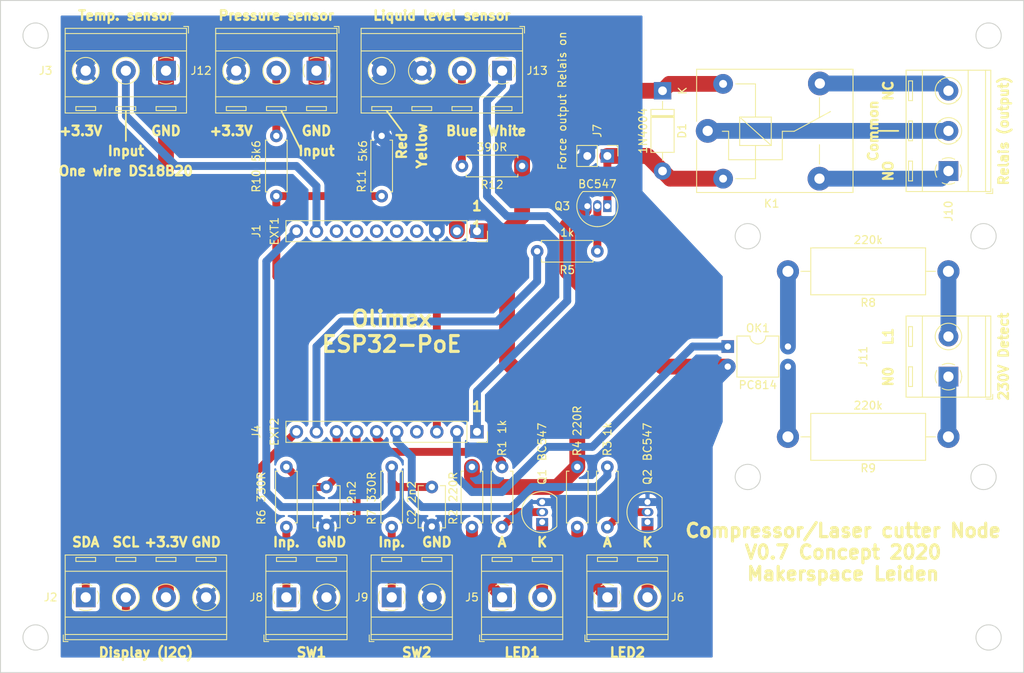
<source format=kicad_pcb>
(kicad_pcb (version 20171130) (host pcbnew 5.1.5-52549c5~86~ubuntu18.04.1)
  (title_block (title CompressorNode) (date 2020-03-29) (rev "V0.7 Concept") (company "MakerSpace Leiden") (comment 1 "Getekend door Hans Beerman"))
  (layers (0 F.Cu signal) (31 B.Cu signal) (34 B.Paste user) (35 F.Paste user) (36 B.SilkS user) (37 F.SilkS user) (38 B.Mask user) (39 F.Mask user) (44 Edge.Cuts user))
  (net 0 "")
  (net 1 GND)
  (net 2 GPIO15_HS2_CMD)
  (net 3 GPIO5_SPI_C5)
  (net 4 "Net-(D1-Pad2)")
  (net 5 +5V)
  (net 6 GPIO4_U1TXD)
  (net 7 +3V3)
  (net 8 GPIO16_I2C-SCL)
  (net 9 GPIO13_I2C-SDA)
  (net 10 GPIO14_HS2_CLK)
  (net 11 GPIO32)
  (net 12 GPIO33)
  (net 13 GPI35)
  (net 14 GPI36_U1RXD)
  (net 15 GPI39)
  (net 16 "Net-(J5-Pad2)")
  (net 17 "Net-(J5-Pad1)")
  (net 18 "Net-(J6-Pad2)")
  (net 19 "Net-(J6-Pad1)")
  (net 20 "Net-(J8-Pad1)")
  (net 21 "Net-(J9-Pad1)")
  (net 22 "Net-(J10-Pad3)")
  (net 23 "Net-(J10-Pad2)")
  (net 24 "Net-(J10-Pad1)")
  (net 25 "Net-(J11-Pad2)")
  (net 26 "Net-(J11-Pad1)")
  (net 27 "Net-(J12-Pad2)")
  (net 28 "Net-(J13-Pad2)")
  (net 29 "Net-(OK1-Pad4)")
  (net 30 "Net-(OK1-Pad3)")
  (net 31 "Net-(Q1-Pad2)")
  (net 32 "Net-(Q2-Pad2)")
  (net 33 "Net-(Q3-Pad2)")
  (module Resistor_THT:R_Axial_DIN0207_L6.3mm_D2.5mm_P7.62mm_Horizontal (layer F.Cu) (at 149.86 75.565 180)
    (fp_text reference R12 (at 3.81 -2.37) (layer F.SilkS))
    (fp_text value 390R (at 3.81 2.37) (layer F.SilkS))
    (pad 2 thru_hole oval (at 7.62 0 180) (size 1.6 1.6) (drill 0.8) (layers *.Cu *.Mask) (net 28 "Net-(J13-Pad2)"))
    (pad 1 thru_hole circle (at 0 0 180) (size 1.6 1.6) (drill 0.8) (layers *.Cu *.Mask) (net 5 +5V))
  )
  (module Resistor_THT:R_Axial_DIN0207_L6.3mm_D2.5mm_P7.62mm_Horizontal (layer F.Cu) (at 132.08 71.755 270)
    (fp_text reference R11 (at 5.715 2.54 90) (layer F.SilkS))
    (fp_text value 5k6 (at 1.905 2.37 90) (layer F.SilkS))
    (pad 2 thru_hole oval (at 7.62 0 270) (size 1.6 1.6) (drill 0.8) (layers *.Cu *.Mask) (net 13 GPI35))
    (pad 1 thru_hole circle (at 0 0 270) (size 1.6 1.6) (drill 0.8) (layers *.Cu *.Mask) (net 1 GND))
  )
  (module Resistor_THT:R_Axial_DIN0207_L6.3mm_D2.5mm_P7.62mm_Horizontal (layer F.Cu) (at 118.745 79.375 90)
    (fp_text reference R10 (at 1.905 -2.54 90) (layer F.SilkS))
    (fp_text value 5k6 (at 5.715 -2.54 90) (layer F.SilkS))
    (pad 2 thru_hole oval (at 7.62 0 90) (size 1.6 1.6) (drill 0.8) (layers *.Cu *.Mask) (net 27 "Net-(J12-Pad2)"))
    (pad 1 thru_hole circle (at 0 0 90) (size 1.6 1.6) (drill 0.8) (layers *.Cu *.Mask) (net 13 GPI35))
  )
  (module Resistor_THT:R_Axial_DIN0614_L14.3mm_D5.7mm_P20.32mm_Horizontal (layer F.Cu) (at 203.835 109.855 180)
    (fp_text reference R9 (at 10.16 -3.97) (layer F.SilkS))
    (fp_text value 220k (at 10.16 3.97) (layer F.SilkS))
    (pad 2 thru_hole oval (at 20.32 0 180) (size 2.8 2.8) (drill 1.4) (layers *.Cu *.Mask) (net 30 "Net-(OK1-Pad3)"))
    (pad 1 thru_hole circle (at 0 0 180) (size 2.8 2.8) (drill 1.4) (layers *.Cu *.Mask) (net 26 "Net-(J11-Pad1)"))
  )
  (module Resistor_THT:R_Axial_DIN0614_L14.3mm_D5.7mm_P20.32mm_Horizontal (layer F.Cu) (at 203.835 88.9 180)
    (fp_text reference R8 (at 10.16 -3.97) (layer F.SilkS))
    (fp_text value 220k (at 10.16 3.97) (layer F.SilkS))
    (pad 2 thru_hole oval (at 20.32 0 180) (size 2.8 2.8) (drill 1.4) (layers *.Cu *.Mask) (net 29 "Net-(OK1-Pad4)"))
    (pad 1 thru_hole circle (at 0 0 180) (size 2.8 2.8) (drill 1.4) (layers *.Cu *.Mask) (net 25 "Net-(J11-Pad2)"))
  )
  (module Resistor_THT:R_Axial_DIN0207_L6.3mm_D2.5mm_P7.62mm_Horizontal (layer F.Cu) (at 133.35 121.285 90)
    (fp_text reference R7 (at 1.27 -2.54 90) (layer F.SilkS))
    (fp_text value 330R (at 5.08 -2.54 90) (layer F.SilkS))
    (pad 2 thru_hole oval (at 7.62 0 90) (size 1.6 1.6) (drill 0.8) (layers *.Cu *.Mask) (net 3 GPIO5_SPI_C5))
    (pad 1 thru_hole circle (at 0 0 90) (size 1.6 1.6) (drill 0.8) (layers *.Cu *.Mask) (net 21 "Net-(J9-Pad1)"))
  )
  (module Resistor_THT:R_Axial_DIN0207_L6.3mm_D2.5mm_P7.62mm_Horizontal (layer F.Cu) (at 120.015 121.285 90)
    (fp_text reference R6 (at 1.27 -3.175 90) (layer F.SilkS))
    (fp_text value 330R (at 5.08 -3.175 90) (layer F.SilkS))
    (pad 2 thru_hole oval (at 7.62 0 90) (size 1.6 1.6) (drill 0.8) (layers *.Cu *.Mask) (net 2 GPIO15_HS2_CMD))
    (pad 1 thru_hole circle (at 0 0 90) (size 1.6 1.6) (drill 0.8) (layers *.Cu *.Mask) (net 20 "Net-(J8-Pad1)"))
  )
  (module Resistor_THT:R_Axial_DIN0207_L6.3mm_D2.5mm_P7.62mm_Horizontal (layer F.Cu) (at 159.385 86.36 180)
    (fp_text reference R5 (at 3.81 -2.37) (layer F.SilkS))
    (fp_text value 1k (at 3.81 2.37) (layer F.SilkS))
    (pad 2 thru_hole oval (at 7.62 0 180) (size 1.6 1.6) (drill 0.8) (layers *.Cu *.Mask) (net 10 GPIO14_HS2_CLK))
    (pad 1 thru_hole circle (at 0 0 180) (size 1.6 1.6) (drill 0.8) (layers *.Cu *.Mask) (net 33 "Net-(Q3-Pad2)"))
  )
  (module Resistor_THT:R_Axial_DIN0207_L6.3mm_D2.5mm_P7.62mm_Horizontal (layer F.Cu) (at 156.845 113.665 270)
    (fp_text reference R4 (at -1.27 0 90) (layer F.SilkS) (effects (justify left)))
    (fp_text value 220R (at -3.81 0 90) (layer F.SilkS) (effects (justify left)))
    (pad 2 thru_hole oval (at 7.62 0 270) (size 1.6 1.6) (drill 0.8) (layers *.Cu *.Mask) (net 19 "Net-(J6-Pad1)"))
    (pad 1 thru_hole circle (at 0 0 270) (size 1.6 1.6) (drill 0.8) (layers *.Cu *.Mask) (net 5 +5V))
  )
  (module Resistor_THT:R_Axial_DIN0207_L6.3mm_D2.5mm_P7.62mm_Horizontal (layer F.Cu) (at 160.655 121.285 90)
    (fp_text reference R3 (at 8.89 0 90) (layer F.SilkS) (effects (justify left)))
    (fp_text value 1k (at 11.43 0 90) (layer F.SilkS) (effects (justify left)))
    (pad 2 thru_hole oval (at 7.62 0 90) (size 1.6 1.6) (drill 0.8) (layers *.Cu *.Mask) (net 12 GPIO33))
    (pad 1 thru_hole circle (at 0 0 90) (size 1.6 1.6) (drill 0.8) (layers *.Cu *.Mask) (net 32 "Net-(Q2-Pad2)"))
  )
  (module Resistor_THT:R_Axial_DIN0207_L6.3mm_D2.5mm_P7.62mm_Horizontal (layer F.Cu) (at 143.51 113.665 270)
    (fp_text reference R2 (at 6.35 2.37 90) (layer F.SilkS))
    (fp_text value 220R (at 2.54 2.37 90) (layer F.SilkS))
    (pad 2 thru_hole oval (at 7.62 0 270) (size 1.6 1.6) (drill 0.8) (layers *.Cu *.Mask) (net 17 "Net-(J5-Pad1)"))
    (pad 1 thru_hole circle (at 0 0 270) (size 1.6 1.6) (drill 0.8) (layers *.Cu *.Mask) (net 5 +5V))
  )
  (module Resistor_THT:R_Axial_DIN0207_L6.3mm_D2.5mm_P7.62mm_Horizontal (layer F.Cu) (at 147.32 121.285 90)
    (fp_text reference R1 (at 8.89 0 90) (layer F.SilkS) (effects (justify left)))
    (fp_text value 1k (at 12.7 0 90) (layer F.SilkS))
    (pad 2 thru_hole oval (at 7.62 0 90) (size 1.6 1.6) (drill 0.8) (layers *.Cu *.Mask) (net 11 GPIO32))
    (pad 1 thru_hole circle (at 0 0 90) (size 1.6 1.6) (drill 0.8) (layers *.Cu *.Mask) (net 31 "Net-(Q1-Pad2)"))
  )
  (module Package_TO_SOT_THT:TO-92_Inline (layer F.Cu) (at 160.655 80.645 180)
    (fp_text reference Q3 (at 5.715 0) (layer F.SilkS))
    (fp_text value BC547 (at 1.27 2.79) (layer F.SilkS))
    (pad 1 thru_hole rect (at 0 0 180) (size 1.05 1.5) (drill 0.75) (layers *.Cu *.Mask) (net 4 "Net-(D1-Pad2)"))
    (pad 3 thru_hole oval (at 2.54 0 180) (size 1.05 1.5) (drill 0.75) (layers *.Cu *.Mask) (net 1 GND))
    (pad 2 thru_hole oval (at 1.27 0 180) (size 1.05 1.5) (drill 0.75) (layers *.Cu *.Mask) (net 33 "Net-(Q3-Pad2)"))
  )
  (module Package_TO_SOT_THT:TO-92_Inline (layer F.Cu) (at 165.735 120.65 90)
    (fp_text reference Q2 (at 5.715 0 90) (layer F.SilkS))
    (fp_text value BC547 (at 10.16 0 90) (layer F.SilkS))
    (pad 1 thru_hole rect (at 0 0 90) (size 1.05 1.5) (drill 0.75) (layers *.Cu *.Mask) (net 18 "Net-(J6-Pad2)"))
    (pad 3 thru_hole oval (at 2.54 0 90) (size 1.05 1.5) (drill 0.75) (layers *.Cu *.Mask) (net 1 GND))
    (pad 2 thru_hole oval (at 1.27 0 90) (size 1.05 1.5) (drill 0.75) (layers *.Cu *.Mask) (net 32 "Net-(Q2-Pad2)"))
  )
  (module Package_TO_SOT_THT:TO-92_Inline (layer F.Cu) (at 152.4 120.65 90)
    (fp_text reference Q1 (at 5.715 0 90) (layer F.SilkS))
    (fp_text value BC547 (at 10.16 0 90) (layer F.SilkS))
    (pad 1 thru_hole rect (at 0 0 90) (size 1.05 1.5) (drill 0.75) (layers *.Cu *.Mask) (net 16 "Net-(J5-Pad2)"))
    (pad 3 thru_hole oval (at 2.54 0 90) (size 1.05 1.5) (drill 0.75) (layers *.Cu *.Mask) (net 1 GND))
    (pad 2 thru_hole oval (at 1.27 0 90) (size 1.05 1.5) (drill 0.75) (layers *.Cu *.Mask) (net 31 "Net-(Q1-Pad2)"))
  )
  (module Package_DIP:DIP-4_W7.62mm (layer F.Cu) (at 175.895 98.425)
    (fp_text reference OK1 (at 3.81 -2.33) (layer F.SilkS))
    (fp_text value PC814 (at 3.81 4.87) (layer F.SilkS))
    (pad 4 thru_hole oval (at 7.62 0) (size 1.6 1.6) (drill 0.8) (layers *.Cu *.Mask) (net 29 "Net-(OK1-Pad4)"))
    (pad 2 thru_hole oval (at 0 2.54) (size 1.6 1.6) (drill 0.8) (layers *.Cu *.Mask) (net 1 GND))
    (pad 3 thru_hole oval (at 7.62 2.54) (size 1.6 1.6) (drill 0.8) (layers *.Cu *.Mask) (net 30 "Net-(OK1-Pad3)"))
    (pad 1 thru_hole rect (at 0 0) (size 1.6 1.6) (drill 0.8) (layers *.Cu *.Mask) (net 14 GPI36_U1RXD))
  )
  (module Relay_THT:Relay_SPDT_SANYOU_SRD_Series_Form_C (layer F.Cu) (at 173.355 71.12)
    (fp_text reference K1 (at 8.1 9.2) (layer F.SilkS))
    (fp_text value SANYOU_SRD_Form_C)
    (pad 1 thru_hole circle (at 0 0 90) (size 3 3) (drill 1.3) (layers *.Cu *.Mask) (net 23 "Net-(J10-Pad2)"))
    (pad 5 thru_hole circle (at 1.95 -5.95 90) (size 2.5 2.5) (drill 1) (layers *.Cu *.Mask) (net 5 +5V))
    (pad 4 thru_hole circle (at 14.2 -6 90) (size 3 3) (drill 1.3) (layers *.Cu *.Mask) (net 22 "Net-(J10-Pad3)"))
    (pad 3 thru_hole circle (at 14.15 6.05 90) (size 3 3) (drill 1.3) (layers *.Cu *.Mask) (net 24 "Net-(J10-Pad1)"))
    (pad 2 thru_hole circle (at 1.95 6.05 90) (size 2.5 2.5) (drill 1) (layers *.Cu *.Mask) (net 4 "Net-(D1-Pad2)"))
  )
  (module TerminalBlock_RND:TerminalBlock_RND_205-00289_1x04_P5.08mm_Horizontal (layer F.Cu) (at 147.32 63.5 180)
    (fp_text reference J13 (at -4.445 0) (layer F.SilkS))
    (fp_text value Screw_Terminal_01x04)
    (pad 4 thru_hole circle (at 15.24 0 180) (size 2.5 2.5) (drill 1.3) (layers *.Cu *.Mask) (net 1 GND))
    (pad 3 thru_hole circle (at 10.16 0 180) (size 2.5 2.5) (drill 1.3) (layers *.Cu *.Mask) (net 1 GND))
    (pad 2 thru_hole circle (at 5.08 0 180) (size 2.5 2.5) (drill 1.3) (layers *.Cu *.Mask) (net 28 "Net-(J13-Pad2)"))
    (pad 1 thru_hole rect (at 0 0 180) (size 2.5 2.5) (drill 1.3) (layers *.Cu *.Mask) (net 15 GPI39))
  )
  (module TerminalBlock_RND:TerminalBlock_RND_205-00288_1x03_P5.08mm_Horizontal (layer F.Cu) (at 123.825 63.5 180)
    (fp_text reference J12 (at 14.605 0) (layer F.SilkS))
    (fp_text value Screw_Terminal_01x03)
    (pad 3 thru_hole circle (at 10.16 0 180) (size 2.5 2.5) (drill 1.3) (layers *.Cu *.Mask) (net 1 GND))
    (pad 2 thru_hole circle (at 5.08 0 180) (size 2.5 2.5) (drill 1.3) (layers *.Cu *.Mask) (net 27 "Net-(J12-Pad2)"))
    (pad 1 thru_hole rect (at 0 0 180) (size 2.5 2.5) (drill 1.3) (layers *.Cu *.Mask) (net 7 +3V3))
  )
  (module TerminalBlock_RND:TerminalBlock_RND_205-00287_1x02_P5.08mm_Horizontal (layer F.Cu) (at 203.835 102.235 90)
    (fp_text reference J11 (at 2.54 -10.795 90) (layer F.SilkS))
    (fp_text value Screw_Terminal_01x02)
    (pad 2 thru_hole circle (at 5.08 0 90) (size 2.5 2.5) (drill 1.3) (layers *.Cu *.Mask) (net 25 "Net-(J11-Pad2)"))
    (pad 1 thru_hole rect (at 0 0 90) (size 2.5 2.5) (drill 1.3) (layers *.Cu *.Mask) (net 26 "Net-(J11-Pad1)"))
  )
  (module TerminalBlock_RND:TerminalBlock_RND_205-00288_1x03_P5.08mm_Horizontal (layer F.Cu) (at 203.835 76.2 90)
    (fp_text reference J10 (at -5.08 0 90) (layer F.SilkS))
    (fp_text value Screw_Terminal_01x03)
    (pad 3 thru_hole circle (at 10.16 0 90) (size 2.5 2.5) (drill 1.3) (layers *.Cu *.Mask) (net 22 "Net-(J10-Pad3)"))
    (pad 2 thru_hole circle (at 5.08 0 90) (size 2.5 2.5) (drill 1.3) (layers *.Cu *.Mask) (net 23 "Net-(J10-Pad2)"))
    (pad 1 thru_hole rect (at 0 0 90) (size 2.5 2.5) (drill 1.3) (layers *.Cu *.Mask) (net 24 "Net-(J10-Pad1)"))
  )
  (module TerminalBlock_RND:TerminalBlock_RND_205-00287_1x02_P5.08mm_Horizontal (layer F.Cu) (at 133.35 130.175)
    (fp_text reference J9 (at -3.81 0) (layer F.SilkS))
    (fp_text value Screw_Terminal_01x02)
    (pad 2 thru_hole circle (at 5.08 0) (size 2.5 2.5) (drill 1.3) (layers *.Cu *.Mask) (net 1 GND))
    (pad 1 thru_hole rect (at 0 0) (size 2.5 2.5) (drill 1.3) (layers *.Cu *.Mask) (net 21 "Net-(J9-Pad1)"))
  )
  (module TerminalBlock_RND:TerminalBlock_RND_205-00287_1x02_P5.08mm_Horizontal (layer F.Cu) (at 120.015 130.175)
    (fp_text reference J8 (at -3.81 0) (layer F.SilkS))
    (fp_text value Screw_Terminal_01x02)
    (pad 2 thru_hole circle (at 5.08 0) (size 2.5 2.5) (drill 1.3) (layers *.Cu *.Mask) (net 1 GND))
    (pad 1 thru_hole rect (at 0 0) (size 2.5 2.5) (drill 1.3) (layers *.Cu *.Mask) (net 20 "Net-(J8-Pad1)"))
  )
  (module Connector_PinHeader_2.54mm:PinHeader_1x02_P2.54mm_Vertical (layer F.Cu) (at 160.655 74.295 270)
    (fp_text reference J7 (at -3.175 1.27 90) (layer F.SilkS))
    (fp_text value "Force output Relais on" (at -6.985 5.715 270) (layer F.SilkS))
    (pad 2 thru_hole oval (at 0 2.54 270) (size 1.7 1.7) (drill 1) (layers *.Cu *.Mask) (net 1 GND))
    (pad 1 thru_hole rect (at 0 0 270) (size 1.7 1.7) (drill 1) (layers *.Cu *.Mask) (net 4 "Net-(D1-Pad2)"))
  )
  (module TerminalBlock_RND:TerminalBlock_RND_205-00287_1x02_P5.08mm_Horizontal (layer F.Cu) (at 160.655 130.175)
    (fp_text reference J6 (at 8.89 0) (layer F.SilkS))
    (fp_text value Screw_Terminal_01x02)
    (pad 2 thru_hole circle (at 5.08 0) (size 2.5 2.5) (drill 1.3) (layers *.Cu *.Mask) (net 18 "Net-(J6-Pad2)"))
    (pad 1 thru_hole rect (at 0 0) (size 2.5 2.5) (drill 1.3) (layers *.Cu *.Mask) (net 19 "Net-(J6-Pad1)"))
  )
  (module TerminalBlock_RND:TerminalBlock_RND_205-00287_1x02_P5.08mm_Horizontal (layer F.Cu) (at 147.32 130.175)
    (fp_text reference J5 (at -3.81 0) (layer F.SilkS))
    (fp_text value Screw_Terminal_01x02)
    (pad 2 thru_hole circle (at 5.08 0) (size 2.5 2.5) (drill 1.3) (layers *.Cu *.Mask) (net 16 "Net-(J5-Pad2)"))
    (pad 1 thru_hole rect (at 0 0) (size 2.5 2.5) (drill 1.3) (layers *.Cu *.Mask) (net 17 "Net-(J5-Pad1)"))
  )
  (module Connector_PinSocket_2.54mm:PinSocket_1x10_P2.54mm_Vertical (layer F.Cu) (at 144.145 109.22 270)
    (fp_text reference J4 (at 0 27.94 90) (layer F.SilkS))
    (fp_text value EXT2 (at 0 25.63 90) (layer F.SilkS))
    (pad 10 thru_hole oval (at 0 22.86 270) (size 1.7 1.7) (drill 1) (layers *.Cu *.Mask) (net 9 GPIO13_I2C-SDA))
    (pad 9 thru_hole oval (at 0 20.32 270) (size 1.7 1.7) (drill 1) (layers *.Cu *.Mask) (net 10 GPIO14_HS2_CLK))
    (pad 8 thru_hole oval (at 0 17.78 270) (size 1.7 1.7) (drill 1) (layers *.Cu *.Mask) (net 2 GPIO15_HS2_CMD))
    (pad 7 thru_hole oval (at 0 15.24 270) (size 1.7 1.7) (drill 1) (layers *.Cu *.Mask) (net 8 GPIO16_I2C-SCL))
    (pad 6 thru_hole oval (at 0 12.7 270) (size 1.7 1.7) (drill 1) (layers *.Cu *.Mask) (net 11 GPIO32))
    (pad 5 thru_hole oval (at 0 10.16 270) (size 1.7 1.7) (drill 1) (layers *.Cu *.Mask) (net 12 GPIO33))
    (pad 4 thru_hole oval (at 0 7.62 270) (size 1.7 1.7) (drill 1) (layers *.Cu *.Mask))
    (pad 3 thru_hole oval (at 0 5.08 270) (size 1.7 1.7) (drill 1) (layers *.Cu *.Mask) (net 13 GPI35))
    (pad 2 thru_hole oval (at 0 2.54 270) (size 1.7 1.7) (drill 1) (layers *.Cu *.Mask) (net 14 GPI36_U1RXD))
    (pad 1 thru_hole rect (at 0 0 270) (size 1.7 1.7) (drill 1) (layers *.Cu *.Mask) (net 15 GPI39))
  )
  (module TerminalBlock_RND:TerminalBlock_RND_205-00288_1x03_P5.08mm_Horizontal (layer F.Cu) (at 104.775 63.5 180)
    (fp_text reference J3 (at 15.24 0) (layer F.SilkS))
    (fp_text value Screw_Terminal_01x03)
    (pad 3 thru_hole circle (at 10.16 0 180) (size 2.5 2.5) (drill 1.3) (layers *.Cu *.Mask) (net 1 GND))
    (pad 2 thru_hole circle (at 5.08 0 180) (size 2.5 2.5) (drill 1.3) (layers *.Cu *.Mask) (net 6 GPIO4_U1TXD))
    (pad 1 thru_hole rect (at 0 0 180) (size 2.5 2.5) (drill 1.3) (layers *.Cu *.Mask) (net 7 +3V3))
  )
  (module TerminalBlock_RND:TerminalBlock_RND_205-00289_1x04_P5.08mm_Horizontal (layer F.Cu) (at 94.615 130.175)
    (fp_text reference J2 (at -4.445 0) (layer F.SilkS))
    (fp_text value Screw_Terminal_01x04)
    (pad 4 thru_hole circle (at 15.24 0) (size 2.5 2.5) (drill 1.3) (layers *.Cu *.Mask) (net 1 GND))
    (pad 3 thru_hole circle (at 10.16 0) (size 2.5 2.5) (drill 1.3) (layers *.Cu *.Mask) (net 7 +3V3))
    (pad 2 thru_hole circle (at 5.08 0) (size 2.5 2.5) (drill 1.3) (layers *.Cu *.Mask) (net 8 GPIO16_I2C-SCL))
    (pad 1 thru_hole rect (at 0 0) (size 2.5 2.5) (drill 1.3) (layers *.Cu *.Mask) (net 9 GPIO13_I2C-SDA))
  )
  (module Connector_PinSocket_2.54mm:PinSocket_1x10_P2.54mm_Vertical (layer F.Cu) (at 144.145 83.82 270)
    (fp_text reference J1 (at 0 27.94 90) (layer F.SilkS))
    (fp_text value EXT1 (at 0 25.63 90) (layer F.SilkS))
    (pad 10 thru_hole oval (at 0 22.86 270) (size 1.7 1.7) (drill 1) (layers *.Cu *.Mask) (net 3 GPIO5_SPI_C5))
    (pad 9 thru_hole oval (at 0 20.32 270) (size 1.7 1.7) (drill 1) (layers *.Cu *.Mask) (net 6 GPIO4_U1TXD))
    (pad 8 thru_hole oval (at 0 17.78 270) (size 1.7 1.7) (drill 1) (layers *.Cu *.Mask))
    (pad 7 thru_hole oval (at 0 15.24 270) (size 1.7 1.7) (drill 1) (layers *.Cu *.Mask))
    (pad 6 thru_hole oval (at 0 12.7 270) (size 1.7 1.7) (drill 1) (layers *.Cu *.Mask))
    (pad 5 thru_hole oval (at 0 10.16 270) (size 1.7 1.7) (drill 1) (layers *.Cu *.Mask))
    (pad 4 thru_hole oval (at 0 7.62 270) (size 1.7 1.7) (drill 1) (layers *.Cu *.Mask))
    (pad 3 thru_hole oval (at 0 5.08 270) (size 1.7 1.7) (drill 1) (layers *.Cu *.Mask) (net 1 GND))
    (pad 2 thru_hole oval (at 0 2.54 270) (size 1.7 1.7) (drill 1) (layers *.Cu *.Mask) (net 7 +3V3))
    (pad 1 thru_hole rect (at 0 0 270) (size 1.7 1.7) (drill 1) (layers *.Cu *.Mask) (net 5 +5V))
  )
  (module Diode_THT:D_DO-41_SOD81_P10.16mm_Horizontal (layer F.Cu) (at 167.64 66.04 270)
    (fp_text reference D1 (at 5.08 -2.47 90) (layer F.SilkS))
    (fp_text value 1N4004 (at 5.08 2.47 90) (layer F.SilkS))
    (fp_text user K (at 0 -2.54 90) (layer F.SilkS))
    (pad 2 thru_hole oval (at 10.16 0 270) (size 2.2 2.2) (drill 1.1) (layers *.Cu *.Mask) (net 4 "Net-(D1-Pad2)"))
    (pad 1 thru_hole rect (at 0 0 270) (size 2.2 2.2) (drill 1.1) (layers *.Cu *.Mask) (net 5 +5V))
  )
  (module Capacitor_THT:C_Disc_D5.1mm_W3.2mm_P5.00mm (layer F.Cu) (at 138.43 116.205 270)
    (fp_text reference C2 (at 3.81 2.54 90) (layer F.SilkS))
    (fp_text value 2n2 (at 0.635 2.54 90) (layer F.SilkS))
    (pad 2 thru_hole circle (at 5 0 270) (size 1.6 1.6) (drill 0.8) (layers *.Cu *.Mask) (net 1 GND))
    (pad 1 thru_hole circle (at 0 0 270) (size 1.6 1.6) (drill 0.8) (layers *.Cu *.Mask) (net 3 GPIO5_SPI_C5))
  )
  (module Capacitor_THT:C_Disc_D5.1mm_W3.2mm_P5.00mm (layer F.Cu) (at 125.095 116.205 270)
    (fp_text reference C1 (at 3.81 -3.175 90) (layer F.SilkS))
    (fp_text value 2n2 (at 0.635 -3.175 90) (layer F.SilkS))
    (pad 2 thru_hole circle (at 5 0 270) (size 1.6 1.6) (drill 0.8) (layers *.Cu *.Mask) (net 1 GND))
    (pad 1 thru_hole circle (at 0 0 270) (size 1.6 1.6) (drill 0.8) (layers *.Cu *.Mask) (net 2 GPIO15_HS2_CMD))
  )
  (gr_text 1 (at 144.145 80.645) (layer F.SilkS) (effects (font (size 1.2 1.2) (thickness 0.3))))
  (gr_text 1 (at 144.145 83.185) (layer F.SilkS) (effects (font (size 1.2 1.2) (thickness 0.3))))
  (gr_text 1 (at 144.145 106.045) (layer F.SilkS) (effects (font (size 1.2 1.2) (thickness 0.3))))
  (gr_text "Olimex\nESP32-PoE" (at 133.35 96.52) (layer F.SilkS) (effects (font (size 2 2) (thickness 0.4))))
  (gr_line (start 99.695 72.39) (end 99.695 68.58) (layer F.SilkS) (width 0.22))
  (gr_text L1 (at 196.215 97.155 90) (layer F.SilkS) (effects (font (size 1.2 1.2) (thickness 0.3))))
  (gr_text N0 (at 196.215 102.235 90) (layer F.SilkS) (effects (font (size 1.2 1.2) (thickness 0.3))))
  (gr_text Inp. (at 133.35 123.19) (layer F.SilkS) (effects (font (size 1.2 1.2) (thickness 0.3))))
  (gr_text Inp. (at 120.015 123.19) (layer F.SilkS) (effects (font (size 1.2 1.2) (thickness 0.3))))
  (gr_text "Compressor/Laser cutter Node\nV0.7 Concept 2020\nMakerspace Leiden" (at 190.5 124.46) (layer F.SilkS) (effects (font (size 1.7 1.7) (thickness 0.4))))
  (gr_line (start 197.485 71.12) (end 194.945 71.12) (layer F.SilkS) (width 0.22))
  (gr_text NC (at 196.215 66.04 90) (layer F.SilkS) (effects (font (size 1.2 1.2) (thickness 0.3))))
  (gr_text Common (at 194.31 71.12 90) (layer F.SilkS) (effects (font (size 1.2 1.2) (thickness 0.3))))
  (gr_text NO (at 196.215 76.2 90) (layer F.SilkS) (effects (font (size 1.2 1.2) (thickness 0.3))))
  (gr_text "Relais (output)" (at 210.82 71.12 90) (layer F.SilkS) (effects (font (size 1.2 1.2) (thickness 0.3))))
  (gr_text "230V Detect" (at 210.82 99.695 90) (layer F.SilkS) (effects (font (size 1.2 1.2) (thickness 0.3))))
  (gr_line (start 134.62 71.12) (end 132.715 68.58) (layer F.SilkS) (width 0.22))
  (gr_text White (at 147.955 71.12) (layer F.SilkS) (effects (font (size 1.2 1.2) (thickness 0.3))))
  (gr_text Blue (at 142.24 71.12) (layer F.SilkS) (effects (font (size 1.2 1.2) (thickness 0.3))))
  (gr_text Red (at 134.62 73.025 90) (layer F.SilkS) (effects (font (size 1.2 1.2) (thickness 0.3))))
  (gr_text Yellow (at 137.16 73.025 90) (layer F.SilkS) (effects (font (size 1.2 1.2) (thickness 0.3))))
  (gr_line (start 121.92 73.66) (end 119.38 68.58) (layer F.SilkS) (width 0.22))
  (gr_text GND (at 123.825 71.12) (layer F.SilkS) (effects (font (size 1.2 1.2) (thickness 0.3))))
  (gr_text Input (at 123.825 73.66) (layer F.SilkS) (effects (font (size 1.2 1.2) (thickness 0.3))))
  (gr_text +3.3V (at 113.03 71.12) (layer F.SilkS) (effects (font (size 1.2 1.2) (thickness 0.3))))
  (gr_text GND (at 104.775 71.12) (layer F.SilkS) (effects (font (size 1.2 1.2) (thickness 0.3))))
  (gr_text Input (at 99.695 73.66) (layer F.SilkS) (effects (font (size 1.2 1.2) (thickness 0.3))))
  (gr_text +3.3V (at 93.98 71.12) (layer F.SilkS) (effects (font (size 1.2 1.2) (thickness 0.3))))
  (gr_text "One wire DS18B20" (at 99.695 76.2) (layer F.SilkS) (effects (font (size 1.2 1.2) (thickness 0.3))))
  (gr_text "Temp. sensor" (at 99.695 56.515) (layer F.SilkS) (effects (font (size 1.2 1.2) (thickness 0.3))))
  (gr_text "Pressure sensor" (at 118.745 56.515) (layer F.SilkS) (effects (font (size 1.2 1.2) (thickness 0.3))))
  (gr_text "Liquid level sensor" (at 139.7 56.515) (layer F.SilkS) (effects (font (size 1.2 1.2) (thickness 0.3))))
  (gr_text GND (at 125.73 123.19) (layer F.SilkS) (effects (font (size 1.2 1.2) (thickness 0.3))))
  (gr_text GND (at 139.065 123.19) (layer F.SilkS) (effects (font (size 1.2 1.2) (thickness 0.3))))
  (gr_text GND (at 109.855 123.19) (layer F.SilkS) (effects (font (size 1.2 1.2) (thickness 0.3))))
  (gr_text +3.3V (at 104.775 123.19) (layer F.SilkS) (effects (font (size 1.2 1.2) (thickness 0.3))))
  (gr_text SCL (at 99.695 123.19) (layer F.SilkS) (effects (font (size 1.2 1.2) (thickness 0.3))))
  (gr_text SDA (at 94.615 123.19) (layer F.SilkS) (effects (font (size 1.2 1.2) (thickness 0.3))))
  (gr_text K (at 165.735 123.19) (layer F.SilkS) (effects (font (size 1.2 1.2) (thickness 0.3))))
  (gr_text A (at 160.655 123.19) (layer F.SilkS) (effects (font (size 1.2 1.2) (thickness 0.3))))
  (gr_text K (at 152.4 123.19) (layer F.SilkS) (effects (font (size 1.2 1.2) (thickness 0.3))))
  (gr_text A (at 147.32 123.19) (layer F.SilkS) (effects (font (size 1.2 1.2) (thickness 0.3))))
  (gr_text LED2 (at 163.195 137.16) (layer F.SilkS) (effects (font (size 1.2 1.2) (thickness 0.3))))
  (gr_text LED1 (at 149.86 137.16) (layer F.SilkS) (effects (font (size 1.2 1.2) (thickness 0.3))))
  (gr_text SW2 (at 136.525 137.16) (layer F.SilkS) (effects (font (size 1.2 1.2) (thickness 0.3))))
  (gr_text SW1 (at 123.19 137.16) (layer F.SilkS) (effects (font (size 1.2 1.2) (thickness 0.3))))
  (gr_text "Display (I2C)" (at 102.235 137.16) (layer F.SilkS) (effects (font (size 1.2 1.2) (thickness 0.3))))
  (gr_circle (center 208.28 114.935) (end 209.88 114.935) (layer Edge.Cuts) (width 0.12))
  (gr_circle (center 178.435 114.935) (end 180.035 114.935) (layer Edge.Cuts) (width 0.12))
  (gr_circle (center 208.28 84.455) (end 209.88 84.455) (layer Edge.Cuts) (width 0.12))
  (gr_circle (center 178.435 84.455) (end 180.035 84.455) (layer Edge.Cuts) (width 0.12))
  (gr_circle (center 88.265 135.255) (end 89.865 135.255) (layer Edge.Cuts) (width 0.12))
  (gr_circle (center 88.265 59.055) (end 89.865 59.055) (layer Edge.Cuts) (width 0.12))
  (gr_circle (center 208.92 59.055) (end 210.52 59.055) (layer Edge.Cuts) (width 0.12))
  (gr_circle (center 208.92 135.255) (end 210.52 135.255) (layer Edge.Cuts) (width 0.12))
  (gr_line (start 213.36 139.7) (end 83.82 139.7) (layer Edge.Cuts) (width 0.12))
  (gr_line (start 213.36 54.61) (end 213.36 139.7) (layer Edge.Cuts) (width 0.12))
  (gr_line (start 83.82 54.61) (end 213.36 54.61) (layer Edge.Cuts) (width 0.12))
  (gr_line (start 83.82 54.61) (end 83.82 139.7) (layer Edge.Cuts) (width 0.12))
  (segment (start 113.665 59.69) (end 113.665 63.5) (width 2) (layer B.Cu) (net 1))
  (segment (start 113.665 59.69) (end 132.08 59.69) (width 2) (layer B.Cu) (net 1))
  (segment (start 132.08 59.69) (end 132.08 63.5) (width 2) (layer B.Cu) (net 1))
  (segment (start 132.08 63.5) (end 137.16 63.5) (width 2) (layer B.Cu) (net 1))
  (segment (start 132.08 63.5) (end 132.08 71.755) (width 2) (layer B.Cu) (net 1))
  (segment (start 132.08 59.69) (end 155.575 59.69) (width 2) (layer B.Cu) (net 1))
  (segment (start 158.115 62.23) (end 158.115 74.295) (width 2) (layer B.Cu) (net 1))
  (segment (start 155.575 59.69) (end 158.115 62.23) (width 2) (layer B.Cu) (net 1))
  (segment (start 125.095 130.175) (end 125.095 133.985) (width 2) (layer B.Cu) (net 1))
  (segment (start 125.095 133.985) (end 137.16 133.985) (width 2) (layer B.Cu) (net 1))
  (segment (start 109.855 130.175) (end 109.855 132.715) (width 2) (layer B.Cu) (net 1))
  (segment (start 111.125 133.985) (end 125.095 133.985) (width 2) (layer B.Cu) (net 1))
  (segment (start 109.855 132.715) (end 111.125 133.985) (width 2) (layer B.Cu) (net 1))
  (segment (start 125.095 130.175) (end 125.095 121.205) (width 2) (layer B.Cu) (net 1))
  (segment (start 95.885 59.69) (end 113.665 59.69) (width 2) (layer B.Cu) (net 1))
  (segment (start 94.615 63.5) (end 94.615 60.96) (width 2) (layer B.Cu) (net 1))
  (segment (start 94.615 60.96) (end 95.885 59.69) (width 2) (layer B.Cu) (net 1))
  (segment (start 157.265001 79.795001) (end 157.265001 75.144999) (width 2) (layer B.Cu) (net 1))
  (segment (start 157.65999 80.18999) (end 157.265001 79.795001) (width 2) (layer B.Cu) (net 1))
  (segment (start 157.265001 75.144999) (end 158.115 74.295) (width 2) (layer B.Cu) (net 1))
  (segment (start 157.65999 81.10001) (end 157.65999 80.645) (width 2) (layer F.Cu) (net 1))
  (segment (start 155.575 83.185) (end 157.65999 81.10001) (width 2) (layer F.Cu) (net 1))
  (segment (start 155.575 88.9) (end 155.575 83.185) (width 2) (layer F.Cu) (net 1))
  (segment (start 175.895 100.965) (end 167.64 100.965) (width 2) (layer F.Cu) (net 1))
  (segment (start 167.64 100.965) (end 155.575 88.9) (width 2) (layer F.Cu) (net 1))
  (segment (start 138.43 130.175) (end 138.43 121.205) (width 2) (layer B.Cu) (net 1))
  (segment (start 168.275 130.81) (end 172.72 126.365) (width 2) (layer B.Cu) (net 1))
  (segment (start 172.72 104.14) (end 175.895 100.965) (width 2) (layer B.Cu) (net 1))
  (segment (start 138.43 130.175) (end 138.43 133.985) (width 2) (layer B.Cu) (net 1))
  (segment (start 137.16 133.985) (end 138.43 133.985) (width 2) (layer B.Cu) (net 1))
  (segment (start 138.43 133.985) (end 168.275 133.985) (width 2) (layer B.Cu) (net 1))
  (segment (start 172.72 114.935) (end 172.72 104.14) (width 2) (layer B.Cu) (net 1))
  (segment (start 139.065 78.74) (end 139.065 83.82) (width 2) (layer B.Cu) (net 1))
  (segment (start 132.08 71.755) (end 139.065 78.74) (width 2) (layer B.Cu) (net 1))
  (segment (start 172.085 118.11) (end 172.72 117.475) (width 1) (layer B.Cu) (net 1))
  (segment (start 152.4 118.11) (end 172.085 118.11) (width 1) (layer B.Cu) (net 1))
  (segment (start 172.72 126.365) (end 172.72 117.475) (width 2) (layer B.Cu) (net 1))
  (segment (start 172.72 117.475) (end 172.72 114.935) (width 2) (layer B.Cu) (net 1))
  (segment (start 126.365 114.935) (end 125.095 116.205) (width 1) (layer F.Cu) (net 2))
  (segment (start 122.555 116.205) (end 120.015 113.665) (width 1) (layer F.Cu) (net 2))
  (segment (start 125.095 116.205) (end 122.555 116.205) (width 1) (layer F.Cu) (net 2))
  (segment (start 126.365 114.935) (end 126.365 109.22) (width 1) (layer F.Cu) (net 2))
  (segment (start 120.435001 84.669999) (end 121.285 83.82) (width 1) (layer B.Cu) (net 3))
  (segment (start 133.35 117.475) (end 132.08 118.745) (width 1) (layer B.Cu) (net 3))
  (segment (start 133.35 113.665) (end 133.35 117.475) (width 1) (layer B.Cu) (net 3))
  (segment (start 132.08 118.745) (end 119.38 118.745) (width 1) (layer B.Cu) (net 3))
  (segment (start 119.38 118.745) (end 117.475 116.84) (width 1) (layer B.Cu) (net 3))
  (segment (start 117.475 116.84) (end 117.475 87.63) (width 1) (layer B.Cu) (net 3))
  (segment (start 117.475 87.63) (end 120.435001 84.669999) (width 1) (layer B.Cu) (net 3))
  (segment (start 133.35 113.665) (end 133.35 115.57) (width 1) (layer F.Cu) (net 3))
  (segment (start 133.985 116.205) (end 138.43 116.205) (width 1) (layer F.Cu) (net 3))
  (segment (start 133.35 115.57) (end 133.985 116.205) (width 1) (layer F.Cu) (net 3))
  (segment (start 160.655 74.295) (end 160.655 80.645) (width 1) (layer F.Cu) (net 4))
  (segment (start 165.735 74.295) (end 167.64 76.2) (width 2) (layer F.Cu) (net 4))
  (segment (start 160.655 74.295) (end 165.735 74.295) (width 2) (layer F.Cu) (net 4))
  (segment (start 168.61 77.17) (end 167.64 76.2) (width 2) (layer F.Cu) (net 4))
  (segment (start 175.305 77.17) (end 168.61 77.17) (width 2) (layer F.Cu) (net 4))
  (segment (start 168.51 65.17) (end 167.64 66.04) (width 2) (layer F.Cu) (net 5))
  (segment (start 175.305 65.17) (end 168.51 65.17) (width 2) (layer F.Cu) (net 5))
  (segment (start 149.86 75.565) (end 149.86 73.025) (width 2) (layer F.Cu) (net 5))
  (segment (start 156.845 66.04) (end 167.64 66.04) (width 2) (layer F.Cu) (net 5))
  (segment (start 149.86 73.025) (end 156.845 66.04) (width 2) (layer F.Cu) (net 5))
  (segment (start 149.86 81.915) (end 149.86 75.565) (width 2) (layer F.Cu) (net 5))
  (segment (start 147.955 83.82) (end 149.86 81.915) (width 2) (layer F.Cu) (net 5))
  (segment (start 147.955 83.82) (end 144.145 83.82) (width 2) (layer F.Cu) (net 5))
  (segment (start 154.305 116.205) (end 156.845 113.665) (width 2) (layer F.Cu) (net 5))
  (segment (start 144.91863 116.205) (end 154.305 116.205) (width 2) (layer F.Cu) (net 5))
  (segment (start 143.51 113.665) (end 143.51 114.79637) (width 2) (layer F.Cu) (net 5))
  (segment (start 143.51 114.79637) (end 144.91863 116.205) (width 2) (layer F.Cu) (net 5))
  (segment (start 147.955 100.33) (end 147.955 83.82) (width 2) (layer F.Cu) (net 5))
  (segment (start 156.845 113.665) (end 156.845 109.22) (width 2) (layer F.Cu) (net 5))
  (segment (start 156.845 109.22) (end 147.955 100.33) (width 2) (layer F.Cu) (net 5))
  (segment (start 99.695 69.215) (end 99.695 63.5) (width 1) (layer B.Cu) (net 6))
  (segment (start 106.045 75.565) (end 99.695 69.215) (width 1) (layer B.Cu) (net 6))
  (segment (start 121.285 75.565) (end 106.045 75.565) (width 1) (layer B.Cu) (net 6))
  (segment (start 123.825 83.82) (end 123.825 78.105) (width 1) (layer B.Cu) (net 6))
  (segment (start 123.825 78.105) (end 121.285 75.565) (width 1) (layer B.Cu) (net 6))
  (segment (start 123.825 60.25) (end 123.825 63.5) (width 2) (layer F.Cu) (net 7))
  (segment (start 123.265 59.69) (end 123.825 60.25) (width 2) (layer F.Cu) (net 7))
  (segment (start 104.775 63.5) (end 104.775 60.325) (width 2) (layer F.Cu) (net 7))
  (segment (start 105.41 59.69) (end 123.265 59.69) (width 2) (layer F.Cu) (net 7))
  (segment (start 104.775 60.325) (end 105.41 59.69) (width 2) (layer F.Cu) (net 7))
  (segment (start 141.605 81.28) (end 141.605 83.82) (width 2) (layer F.Cu) (net 7))
  (segment (start 135.89 75.565) (end 141.605 81.28) (width 2) (layer F.Cu) (net 7))
  (segment (start 127 75.565) (end 135.89 75.565) (width 2) (layer F.Cu) (net 7))
  (segment (start 123.825 63.5) (end 123.825 72.39) (width 2) (layer F.Cu) (net 7))
  (segment (start 123.825 72.39) (end 127 75.565) (width 2) (layer F.Cu) (net 7))
  (segment (start 104.775 63.5) (end 104.775 130.175) (width 2) (layer F.Cu) (net 7))
  (segment (start 128.905 133.35) (end 128.905 109.22) (width 1) (layer F.Cu) (net 8))
  (segment (start 127 135.255) (end 128.905 133.35) (width 1) (layer F.Cu) (net 8))
  (segment (start 101.6 135.255) (end 127 135.255) (width 1) (layer F.Cu) (net 8))
  (segment (start 99.695 130.175) (end 99.695 133.35) (width 1) (layer F.Cu) (net 8))
  (segment (start 99.695 133.35) (end 101.6 135.255) (width 1) (layer F.Cu) (net 8))
  (segment (start 114.935 132.08) (end 114.935 115.57) (width 1) (layer F.Cu) (net 9))
  (segment (start 95.54 127) (end 100.33 127) (width 1) (layer F.Cu) (net 9))
  (segment (start 103.449979 133.294979) (end 113.720021 133.294979) (width 1) (layer F.Cu) (net 9))
  (segment (start 94.615 130.175) (end 94.615 127.925) (width 1) (layer F.Cu) (net 9))
  (segment (start 102.235 132.08) (end 103.449979 133.294979) (width 1) (layer F.Cu) (net 9))
  (segment (start 94.615 127.925) (end 95.54 127) (width 1) (layer F.Cu) (net 9))
  (segment (start 102.235 128.905) (end 102.235 132.08) (width 1) (layer F.Cu) (net 9))
  (segment (start 113.720021 133.294979) (end 114.935 132.08) (width 1) (layer F.Cu) (net 9))
  (segment (start 114.935 115.57) (end 120.435001 110.069999) (width 1) (layer F.Cu) (net 9))
  (segment (start 120.435001 110.069999) (end 121.285 109.22) (width 1) (layer F.Cu) (net 9))
  (segment (start 100.33 127) (end 102.235 128.905) (width 1) (layer F.Cu) (net 9))
  (segment (start 151.765 90.17) (end 151.765 86.36) (width 1) (layer B.Cu) (net 10))
  (segment (start 146.685 95.25) (end 151.765 90.17) (width 1) (layer B.Cu) (net 10))
  (segment (start 127 95.25) (end 146.685 95.25) (width 1) (layer B.Cu) (net 10))
  (segment (start 123.825 109.22) (end 123.825 98.425) (width 1) (layer B.Cu) (net 10))
  (segment (start 123.825 98.425) (end 127 95.25) (width 1) (layer B.Cu) (net 10))
  (segment (start 131.445 110.085001) (end 131.445 109.22) (width 1) (layer F.Cu) (net 11))
  (segment (start 133.119999 111.76) (end 131.445 110.085001) (width 1) (layer F.Cu) (net 11))
  (segment (start 146.05 111.76) (end 133.119999 111.76) (width 1) (layer F.Cu) (net 11))
  (segment (start 147.32 113.665) (end 147.32 113.03) (width 1) (layer F.Cu) (net 11))
  (segment (start 147.32 113.03) (end 146.05 111.76) (width 1) (layer F.Cu) (net 11))
  (segment (start 133.985 110.49) (end 133.985 109.22) (width 1) (layer B.Cu) (net 12))
  (segment (start 135.89 117.475) (end 135.89 112.395) (width 1) (layer B.Cu) (net 12))
  (segment (start 160.655 114.79637) (end 159.24637 116.205) (width 1) (layer B.Cu) (net 12))
  (segment (start 160.655 113.665) (end 160.655 114.79637) (width 1) (layer B.Cu) (net 12))
  (segment (start 135.89 112.395) (end 133.985 110.49) (width 1) (layer B.Cu) (net 12))
  (segment (start 159.24637 116.205) (end 151.13 116.205) (width 1) (layer B.Cu) (net 12))
  (segment (start 151.13 116.205) (end 148.59 118.745) (width 1) (layer B.Cu) (net 12))
  (segment (start 148.59 118.745) (end 137.16 118.745) (width 1) (layer B.Cu) (net 12))
  (segment (start 137.16 118.745) (end 135.89 117.475) (width 1) (layer B.Cu) (net 12))
  (segment (start 118.745 79.375) (end 132.08 79.375) (width 1) (layer F.Cu) (net 13))
  (segment (start 136.525 91.44) (end 139.065 93.98) (width 1) (layer F.Cu) (net 13))
  (segment (start 139.065 93.98) (end 139.065 109.22) (width 1) (layer F.Cu) (net 13))
  (segment (start 120.65 91.44) (end 136.525 91.44) (width 1) (layer F.Cu) (net 13))
  (segment (start 118.745 79.375) (end 118.745 89.535) (width 1) (layer F.Cu) (net 13))
  (segment (start 118.745 89.535) (end 120.65 91.44) (width 1) (layer F.Cu) (net 13))
  (segment (start 141.605 110.422081) (end 141.605 109.22) (width 1) (layer B.Cu) (net 14))
  (segment (start 141.605 114.935) (end 141.605 110.422081) (width 1) (layer B.Cu) (net 14))
  (segment (start 171.45 98.425) (end 158.75 111.125) (width 1) (layer B.Cu) (net 14))
  (segment (start 175.895 98.425) (end 171.45 98.425) (width 1) (layer B.Cu) (net 14))
  (segment (start 158.75 111.125) (end 153.035 111.125) (width 1) (layer B.Cu) (net 14))
  (segment (start 153.035 111.125) (end 147.32 116.84) (width 1) (layer B.Cu) (net 14))
  (segment (start 143.51 116.84) (end 141.605 114.935) (width 1) (layer B.Cu) (net 14))
  (segment (start 147.32 116.84) (end 143.51 116.84) (width 1) (layer B.Cu) (net 14))
  (segment (start 147.32 65.405) (end 145.415 67.31) (width 1) (layer B.Cu) (net 15))
  (segment (start 145.415 79.375) (end 147.955 81.915) (width 1) (layer B.Cu) (net 15))
  (segment (start 147.32 63.5) (end 147.32 65.405) (width 1) (layer B.Cu) (net 15))
  (segment (start 144.145 104.085) (end 144.145 109.22) (width 1) (layer B.Cu) (net 15))
  (segment (start 145.415 67.31) (end 145.415 79.375) (width 1) (layer B.Cu) (net 15))
  (segment (start 155.575 92.655) (end 144.145 104.085) (width 1) (layer B.Cu) (net 15))
  (segment (start 155.575 84.455) (end 155.575 92.655) (width 1) (layer B.Cu) (net 15))
  (segment (start 153.035 81.915) (end 155.575 84.455) (width 1) (layer B.Cu) (net 15))
  (segment (start 147.955 81.915) (end 153.035 81.915) (width 1) (layer B.Cu) (net 15))
  (segment (start 152.4 130.175) (end 152.4 120.85501) (width 1.5) (layer F.Cu) (net 16))
  (segment (start 143.51 126.365) (end 147.32 130.175) (width 1.5) (layer F.Cu) (net 17))
  (segment (start 143.51 121.285) (end 143.51 126.365) (width 1.5) (layer F.Cu) (net 17))
  (segment (start 165.735 130.175) (end 165.735 120.85501) (width 1.5) (layer F.Cu) (net 18))
  (segment (start 156.845 126.365) (end 160.655 130.175) (width 1.5) (layer F.Cu) (net 19))
  (segment (start 156.845 121.285) (end 156.845 126.365) (width 1.5) (layer F.Cu) (net 19))
  (segment (start 120.015 127.925) (end 120.015 121.285) (width 1) (layer F.Cu) (net 20))
  (segment (start 120.015 130.175) (end 120.015 127.925) (width 1) (layer F.Cu) (net 20))
  (segment (start 133.35 130.175) (end 133.35 121.285) (width 1) (layer F.Cu) (net 21))
  (segment (start 202.915 65.12) (end 203.835 66.04) (width 2) (layer B.Cu) (net 22))
  (segment (start 187.555 65.12) (end 202.915 65.12) (width 2) (layer B.Cu) (net 22))
  (segment (start 173.355 71.12) (end 203.835 71.12) (width 2) (layer B.Cu) (net 23))
  (segment (start 202.865 77.17) (end 203.835 76.2) (width 2) (layer B.Cu) (net 24))
  (segment (start 187.505 77.17) (end 202.865 77.17) (width 2) (layer B.Cu) (net 24))
  (segment (start 203.835 88.9) (end 203.835 97.155) (width 2) (layer B.Cu) (net 25))
  (segment (start 203.835 102.235) (end 203.835 109.855) (width 2) (layer B.Cu) (net 26))
  (segment (start 118.745 71.755) (end 118.745 63.5) (width 1) (layer F.Cu) (net 27))
  (segment (start 142.24 75.565) (end 142.24 63.5) (width 1) (layer F.Cu) (net 28))
  (segment (start 183.515 98.425) (end 183.515 88.9) (width 2) (layer B.Cu) (net 29))
  (segment (start 183.515 109.855) (end 183.515 100.965) (width 2) (layer B.Cu) (net 30))
  (segment (start 149.225 119.38) (end 152.4 119.38) (width 1) (layer F.Cu) (net 31))
  (segment (start 147.32 121.285) (end 149.225 119.38) (width 1) (layer F.Cu) (net 31))
  (segment (start 162.56 119.38) (end 165.735 119.38) (width 1) (layer F.Cu) (net 32))
  (segment (start 160.655 121.285) (end 162.56 119.38) (width 1) (layer F.Cu) (net 32))
  (segment (start 159.385 80.645) (end 159.385 86.36) (width 1) (layer F.Cu) (net 33))
  (zone (net 1) (net_name GND) (layer B.Cu) (connect_pads (clearance 0.508)) (min_thickness 0.254) (fill yes (arc_segments 32) (thermal_gap 0.508) (thermal_bridge_width 0.508))
    (polygon (pts (xy 165.1 78.74) (xy 175.26 89.535) (xy 175.26 107.95) (xy 173.99 111.125) (xy 173.99 137.795) (xy 91.44 137.795) (xy 91.44 56.515) (xy 165.1 56.515)))
  )
)
</source>
